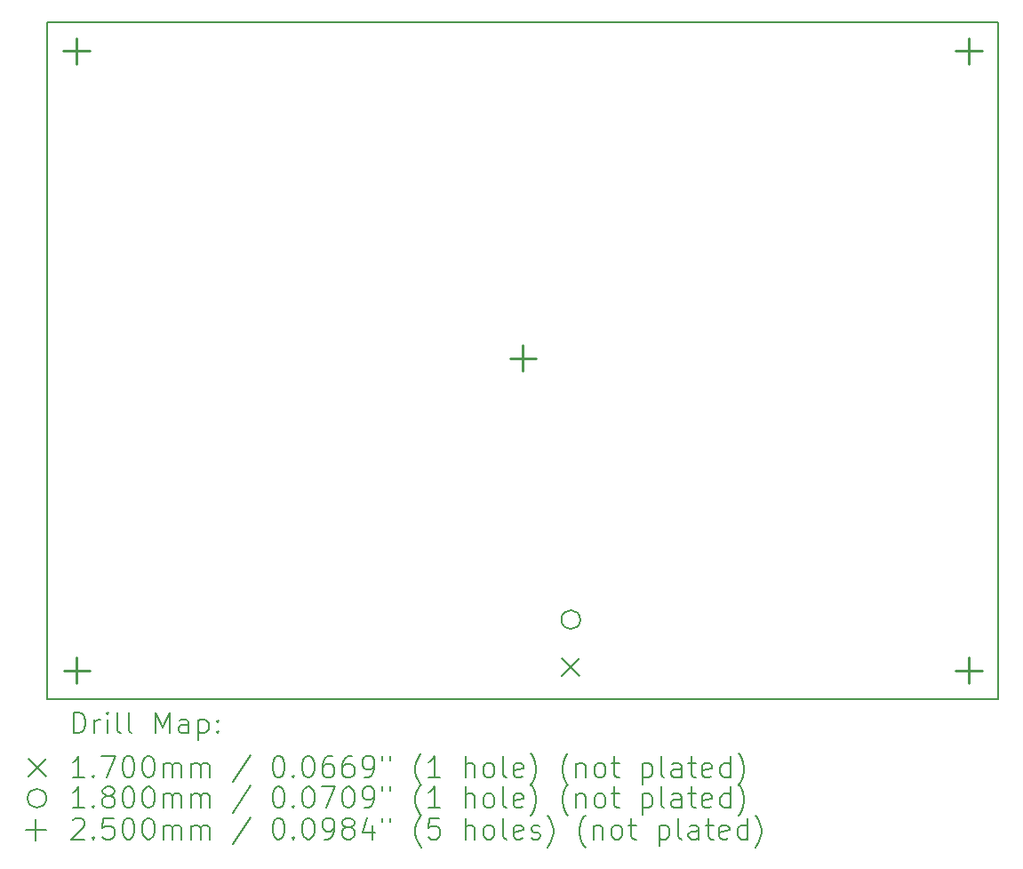
<source format=gbr>
%FSLAX45Y45*%
G04 Gerber Fmt 4.5, Leading zero omitted, Abs format (unit mm)*
G04 Created by KiCad (PCBNEW (6.0.2)) date 2022-07-26 11:38:29*
%MOMM*%
%LPD*%
G01*
G04 APERTURE LIST*
%TA.AperFunction,Profile*%
%ADD10C,0.200000*%
%TD*%
%ADD11C,0.200000*%
%ADD12C,0.170000*%
%ADD13C,0.180000*%
%ADD14C,0.250000*%
G04 APERTURE END LIST*
D10*
X14855000Y-6350000D02*
X5800000Y-6350000D01*
X5800000Y-6350000D02*
X5800000Y-12800000D01*
X5800000Y-12800000D02*
X14855000Y-12800000D01*
X14855000Y-12800000D02*
X14855000Y-6350000D01*
D11*
D12*
X10700750Y-12405000D02*
X10870750Y-12575000D01*
X10870750Y-12405000D02*
X10700750Y-12575000D01*
D13*
X10875750Y-12040000D02*
G75*
G03*
X10875750Y-12040000I-90000J0D01*
G01*
D14*
X6078000Y-6502000D02*
X6078000Y-6752000D01*
X5953000Y-6627000D02*
X6203000Y-6627000D01*
X6079000Y-12397000D02*
X6079000Y-12647000D01*
X5954000Y-12522000D02*
X6204000Y-12522000D01*
X10330000Y-9425000D02*
X10330000Y-9675000D01*
X10205000Y-9550000D02*
X10455000Y-9550000D01*
X14576000Y-6503000D02*
X14576000Y-6753000D01*
X14451000Y-6628000D02*
X14701000Y-6628000D01*
X14578000Y-12397000D02*
X14578000Y-12647000D01*
X14453000Y-12522000D02*
X14703000Y-12522000D01*
D11*
X6047619Y-13120476D02*
X6047619Y-12920476D01*
X6095238Y-12920476D01*
X6123809Y-12930000D01*
X6142857Y-12949048D01*
X6152381Y-12968095D01*
X6161905Y-13006190D01*
X6161905Y-13034762D01*
X6152381Y-13072857D01*
X6142857Y-13091905D01*
X6123809Y-13110952D01*
X6095238Y-13120476D01*
X6047619Y-13120476D01*
X6247619Y-13120476D02*
X6247619Y-12987143D01*
X6247619Y-13025238D02*
X6257143Y-13006190D01*
X6266667Y-12996667D01*
X6285714Y-12987143D01*
X6304762Y-12987143D01*
X6371428Y-13120476D02*
X6371428Y-12987143D01*
X6371428Y-12920476D02*
X6361905Y-12930000D01*
X6371428Y-12939524D01*
X6380952Y-12930000D01*
X6371428Y-12920476D01*
X6371428Y-12939524D01*
X6495238Y-13120476D02*
X6476190Y-13110952D01*
X6466667Y-13091905D01*
X6466667Y-12920476D01*
X6600000Y-13120476D02*
X6580952Y-13110952D01*
X6571428Y-13091905D01*
X6571428Y-12920476D01*
X6828571Y-13120476D02*
X6828571Y-12920476D01*
X6895238Y-13063333D01*
X6961905Y-12920476D01*
X6961905Y-13120476D01*
X7142857Y-13120476D02*
X7142857Y-13015714D01*
X7133333Y-12996667D01*
X7114286Y-12987143D01*
X7076190Y-12987143D01*
X7057143Y-12996667D01*
X7142857Y-13110952D02*
X7123809Y-13120476D01*
X7076190Y-13120476D01*
X7057143Y-13110952D01*
X7047619Y-13091905D01*
X7047619Y-13072857D01*
X7057143Y-13053809D01*
X7076190Y-13044286D01*
X7123809Y-13044286D01*
X7142857Y-13034762D01*
X7238095Y-12987143D02*
X7238095Y-13187143D01*
X7238095Y-12996667D02*
X7257143Y-12987143D01*
X7295238Y-12987143D01*
X7314286Y-12996667D01*
X7323809Y-13006190D01*
X7333333Y-13025238D01*
X7333333Y-13082381D01*
X7323809Y-13101428D01*
X7314286Y-13110952D01*
X7295238Y-13120476D01*
X7257143Y-13120476D01*
X7238095Y-13110952D01*
X7419048Y-13101428D02*
X7428571Y-13110952D01*
X7419048Y-13120476D01*
X7409524Y-13110952D01*
X7419048Y-13101428D01*
X7419048Y-13120476D01*
X7419048Y-12996667D02*
X7428571Y-13006190D01*
X7419048Y-13015714D01*
X7409524Y-13006190D01*
X7419048Y-12996667D01*
X7419048Y-13015714D01*
D12*
X5620000Y-13365000D02*
X5790000Y-13535000D01*
X5790000Y-13365000D02*
X5620000Y-13535000D01*
D11*
X6152381Y-13540476D02*
X6038095Y-13540476D01*
X6095238Y-13540476D02*
X6095238Y-13340476D01*
X6076190Y-13369048D01*
X6057143Y-13388095D01*
X6038095Y-13397619D01*
X6238095Y-13521428D02*
X6247619Y-13530952D01*
X6238095Y-13540476D01*
X6228571Y-13530952D01*
X6238095Y-13521428D01*
X6238095Y-13540476D01*
X6314286Y-13340476D02*
X6447619Y-13340476D01*
X6361905Y-13540476D01*
X6561905Y-13340476D02*
X6580952Y-13340476D01*
X6600000Y-13350000D01*
X6609524Y-13359524D01*
X6619048Y-13378571D01*
X6628571Y-13416667D01*
X6628571Y-13464286D01*
X6619048Y-13502381D01*
X6609524Y-13521428D01*
X6600000Y-13530952D01*
X6580952Y-13540476D01*
X6561905Y-13540476D01*
X6542857Y-13530952D01*
X6533333Y-13521428D01*
X6523809Y-13502381D01*
X6514286Y-13464286D01*
X6514286Y-13416667D01*
X6523809Y-13378571D01*
X6533333Y-13359524D01*
X6542857Y-13350000D01*
X6561905Y-13340476D01*
X6752381Y-13340476D02*
X6771428Y-13340476D01*
X6790476Y-13350000D01*
X6800000Y-13359524D01*
X6809524Y-13378571D01*
X6819048Y-13416667D01*
X6819048Y-13464286D01*
X6809524Y-13502381D01*
X6800000Y-13521428D01*
X6790476Y-13530952D01*
X6771428Y-13540476D01*
X6752381Y-13540476D01*
X6733333Y-13530952D01*
X6723809Y-13521428D01*
X6714286Y-13502381D01*
X6704762Y-13464286D01*
X6704762Y-13416667D01*
X6714286Y-13378571D01*
X6723809Y-13359524D01*
X6733333Y-13350000D01*
X6752381Y-13340476D01*
X6904762Y-13540476D02*
X6904762Y-13407143D01*
X6904762Y-13426190D02*
X6914286Y-13416667D01*
X6933333Y-13407143D01*
X6961905Y-13407143D01*
X6980952Y-13416667D01*
X6990476Y-13435714D01*
X6990476Y-13540476D01*
X6990476Y-13435714D02*
X7000000Y-13416667D01*
X7019048Y-13407143D01*
X7047619Y-13407143D01*
X7066667Y-13416667D01*
X7076190Y-13435714D01*
X7076190Y-13540476D01*
X7171428Y-13540476D02*
X7171428Y-13407143D01*
X7171428Y-13426190D02*
X7180952Y-13416667D01*
X7200000Y-13407143D01*
X7228571Y-13407143D01*
X7247619Y-13416667D01*
X7257143Y-13435714D01*
X7257143Y-13540476D01*
X7257143Y-13435714D02*
X7266667Y-13416667D01*
X7285714Y-13407143D01*
X7314286Y-13407143D01*
X7333333Y-13416667D01*
X7342857Y-13435714D01*
X7342857Y-13540476D01*
X7733333Y-13330952D02*
X7561905Y-13588095D01*
X7990476Y-13340476D02*
X8009524Y-13340476D01*
X8028571Y-13350000D01*
X8038095Y-13359524D01*
X8047619Y-13378571D01*
X8057143Y-13416667D01*
X8057143Y-13464286D01*
X8047619Y-13502381D01*
X8038095Y-13521428D01*
X8028571Y-13530952D01*
X8009524Y-13540476D01*
X7990476Y-13540476D01*
X7971428Y-13530952D01*
X7961905Y-13521428D01*
X7952381Y-13502381D01*
X7942857Y-13464286D01*
X7942857Y-13416667D01*
X7952381Y-13378571D01*
X7961905Y-13359524D01*
X7971428Y-13350000D01*
X7990476Y-13340476D01*
X8142857Y-13521428D02*
X8152381Y-13530952D01*
X8142857Y-13540476D01*
X8133333Y-13530952D01*
X8142857Y-13521428D01*
X8142857Y-13540476D01*
X8276190Y-13340476D02*
X8295238Y-13340476D01*
X8314286Y-13350000D01*
X8323809Y-13359524D01*
X8333333Y-13378571D01*
X8342857Y-13416667D01*
X8342857Y-13464286D01*
X8333333Y-13502381D01*
X8323809Y-13521428D01*
X8314286Y-13530952D01*
X8295238Y-13540476D01*
X8276190Y-13540476D01*
X8257143Y-13530952D01*
X8247619Y-13521428D01*
X8238095Y-13502381D01*
X8228571Y-13464286D01*
X8228571Y-13416667D01*
X8238095Y-13378571D01*
X8247619Y-13359524D01*
X8257143Y-13350000D01*
X8276190Y-13340476D01*
X8514286Y-13340476D02*
X8476190Y-13340476D01*
X8457143Y-13350000D01*
X8447619Y-13359524D01*
X8428571Y-13388095D01*
X8419048Y-13426190D01*
X8419048Y-13502381D01*
X8428571Y-13521428D01*
X8438095Y-13530952D01*
X8457143Y-13540476D01*
X8495238Y-13540476D01*
X8514286Y-13530952D01*
X8523810Y-13521428D01*
X8533333Y-13502381D01*
X8533333Y-13454762D01*
X8523810Y-13435714D01*
X8514286Y-13426190D01*
X8495238Y-13416667D01*
X8457143Y-13416667D01*
X8438095Y-13426190D01*
X8428571Y-13435714D01*
X8419048Y-13454762D01*
X8704762Y-13340476D02*
X8666667Y-13340476D01*
X8647619Y-13350000D01*
X8638095Y-13359524D01*
X8619048Y-13388095D01*
X8609524Y-13426190D01*
X8609524Y-13502381D01*
X8619048Y-13521428D01*
X8628571Y-13530952D01*
X8647619Y-13540476D01*
X8685714Y-13540476D01*
X8704762Y-13530952D01*
X8714286Y-13521428D01*
X8723810Y-13502381D01*
X8723810Y-13454762D01*
X8714286Y-13435714D01*
X8704762Y-13426190D01*
X8685714Y-13416667D01*
X8647619Y-13416667D01*
X8628571Y-13426190D01*
X8619048Y-13435714D01*
X8609524Y-13454762D01*
X8819048Y-13540476D02*
X8857143Y-13540476D01*
X8876190Y-13530952D01*
X8885714Y-13521428D01*
X8904762Y-13492857D01*
X8914286Y-13454762D01*
X8914286Y-13378571D01*
X8904762Y-13359524D01*
X8895238Y-13350000D01*
X8876190Y-13340476D01*
X8838095Y-13340476D01*
X8819048Y-13350000D01*
X8809524Y-13359524D01*
X8800000Y-13378571D01*
X8800000Y-13426190D01*
X8809524Y-13445238D01*
X8819048Y-13454762D01*
X8838095Y-13464286D01*
X8876190Y-13464286D01*
X8895238Y-13454762D01*
X8904762Y-13445238D01*
X8914286Y-13426190D01*
X8990476Y-13340476D02*
X8990476Y-13378571D01*
X9066667Y-13340476D02*
X9066667Y-13378571D01*
X9361905Y-13616667D02*
X9352381Y-13607143D01*
X9333333Y-13578571D01*
X9323810Y-13559524D01*
X9314286Y-13530952D01*
X9304762Y-13483333D01*
X9304762Y-13445238D01*
X9314286Y-13397619D01*
X9323810Y-13369048D01*
X9333333Y-13350000D01*
X9352381Y-13321428D01*
X9361905Y-13311905D01*
X9542857Y-13540476D02*
X9428571Y-13540476D01*
X9485714Y-13540476D02*
X9485714Y-13340476D01*
X9466667Y-13369048D01*
X9447619Y-13388095D01*
X9428571Y-13397619D01*
X9780952Y-13540476D02*
X9780952Y-13340476D01*
X9866667Y-13540476D02*
X9866667Y-13435714D01*
X9857143Y-13416667D01*
X9838095Y-13407143D01*
X9809524Y-13407143D01*
X9790476Y-13416667D01*
X9780952Y-13426190D01*
X9990476Y-13540476D02*
X9971429Y-13530952D01*
X9961905Y-13521428D01*
X9952381Y-13502381D01*
X9952381Y-13445238D01*
X9961905Y-13426190D01*
X9971429Y-13416667D01*
X9990476Y-13407143D01*
X10019048Y-13407143D01*
X10038095Y-13416667D01*
X10047619Y-13426190D01*
X10057143Y-13445238D01*
X10057143Y-13502381D01*
X10047619Y-13521428D01*
X10038095Y-13530952D01*
X10019048Y-13540476D01*
X9990476Y-13540476D01*
X10171429Y-13540476D02*
X10152381Y-13530952D01*
X10142857Y-13511905D01*
X10142857Y-13340476D01*
X10323810Y-13530952D02*
X10304762Y-13540476D01*
X10266667Y-13540476D01*
X10247619Y-13530952D01*
X10238095Y-13511905D01*
X10238095Y-13435714D01*
X10247619Y-13416667D01*
X10266667Y-13407143D01*
X10304762Y-13407143D01*
X10323810Y-13416667D01*
X10333333Y-13435714D01*
X10333333Y-13454762D01*
X10238095Y-13473809D01*
X10400000Y-13616667D02*
X10409524Y-13607143D01*
X10428571Y-13578571D01*
X10438095Y-13559524D01*
X10447619Y-13530952D01*
X10457143Y-13483333D01*
X10457143Y-13445238D01*
X10447619Y-13397619D01*
X10438095Y-13369048D01*
X10428571Y-13350000D01*
X10409524Y-13321428D01*
X10400000Y-13311905D01*
X10761905Y-13616667D02*
X10752381Y-13607143D01*
X10733333Y-13578571D01*
X10723810Y-13559524D01*
X10714286Y-13530952D01*
X10704762Y-13483333D01*
X10704762Y-13445238D01*
X10714286Y-13397619D01*
X10723810Y-13369048D01*
X10733333Y-13350000D01*
X10752381Y-13321428D01*
X10761905Y-13311905D01*
X10838095Y-13407143D02*
X10838095Y-13540476D01*
X10838095Y-13426190D02*
X10847619Y-13416667D01*
X10866667Y-13407143D01*
X10895238Y-13407143D01*
X10914286Y-13416667D01*
X10923810Y-13435714D01*
X10923810Y-13540476D01*
X11047619Y-13540476D02*
X11028571Y-13530952D01*
X11019048Y-13521428D01*
X11009524Y-13502381D01*
X11009524Y-13445238D01*
X11019048Y-13426190D01*
X11028571Y-13416667D01*
X11047619Y-13407143D01*
X11076190Y-13407143D01*
X11095238Y-13416667D01*
X11104762Y-13426190D01*
X11114286Y-13445238D01*
X11114286Y-13502381D01*
X11104762Y-13521428D01*
X11095238Y-13530952D01*
X11076190Y-13540476D01*
X11047619Y-13540476D01*
X11171429Y-13407143D02*
X11247619Y-13407143D01*
X11200000Y-13340476D02*
X11200000Y-13511905D01*
X11209524Y-13530952D01*
X11228571Y-13540476D01*
X11247619Y-13540476D01*
X11466667Y-13407143D02*
X11466667Y-13607143D01*
X11466667Y-13416667D02*
X11485714Y-13407143D01*
X11523809Y-13407143D01*
X11542857Y-13416667D01*
X11552381Y-13426190D01*
X11561905Y-13445238D01*
X11561905Y-13502381D01*
X11552381Y-13521428D01*
X11542857Y-13530952D01*
X11523809Y-13540476D01*
X11485714Y-13540476D01*
X11466667Y-13530952D01*
X11676190Y-13540476D02*
X11657143Y-13530952D01*
X11647619Y-13511905D01*
X11647619Y-13340476D01*
X11838095Y-13540476D02*
X11838095Y-13435714D01*
X11828571Y-13416667D01*
X11809524Y-13407143D01*
X11771428Y-13407143D01*
X11752381Y-13416667D01*
X11838095Y-13530952D02*
X11819048Y-13540476D01*
X11771428Y-13540476D01*
X11752381Y-13530952D01*
X11742857Y-13511905D01*
X11742857Y-13492857D01*
X11752381Y-13473809D01*
X11771428Y-13464286D01*
X11819048Y-13464286D01*
X11838095Y-13454762D01*
X11904762Y-13407143D02*
X11980952Y-13407143D01*
X11933333Y-13340476D02*
X11933333Y-13511905D01*
X11942857Y-13530952D01*
X11961905Y-13540476D01*
X11980952Y-13540476D01*
X12123809Y-13530952D02*
X12104762Y-13540476D01*
X12066667Y-13540476D01*
X12047619Y-13530952D01*
X12038095Y-13511905D01*
X12038095Y-13435714D01*
X12047619Y-13416667D01*
X12066667Y-13407143D01*
X12104762Y-13407143D01*
X12123809Y-13416667D01*
X12133333Y-13435714D01*
X12133333Y-13454762D01*
X12038095Y-13473809D01*
X12304762Y-13540476D02*
X12304762Y-13340476D01*
X12304762Y-13530952D02*
X12285714Y-13540476D01*
X12247619Y-13540476D01*
X12228571Y-13530952D01*
X12219048Y-13521428D01*
X12209524Y-13502381D01*
X12209524Y-13445238D01*
X12219048Y-13426190D01*
X12228571Y-13416667D01*
X12247619Y-13407143D01*
X12285714Y-13407143D01*
X12304762Y-13416667D01*
X12380952Y-13616667D02*
X12390476Y-13607143D01*
X12409524Y-13578571D01*
X12419048Y-13559524D01*
X12428571Y-13530952D01*
X12438095Y-13483333D01*
X12438095Y-13445238D01*
X12428571Y-13397619D01*
X12419048Y-13369048D01*
X12409524Y-13350000D01*
X12390476Y-13321428D01*
X12380952Y-13311905D01*
D13*
X5790000Y-13740000D02*
G75*
G03*
X5790000Y-13740000I-90000J0D01*
G01*
D11*
X6152381Y-13830476D02*
X6038095Y-13830476D01*
X6095238Y-13830476D02*
X6095238Y-13630476D01*
X6076190Y-13659048D01*
X6057143Y-13678095D01*
X6038095Y-13687619D01*
X6238095Y-13811428D02*
X6247619Y-13820952D01*
X6238095Y-13830476D01*
X6228571Y-13820952D01*
X6238095Y-13811428D01*
X6238095Y-13830476D01*
X6361905Y-13716190D02*
X6342857Y-13706667D01*
X6333333Y-13697143D01*
X6323809Y-13678095D01*
X6323809Y-13668571D01*
X6333333Y-13649524D01*
X6342857Y-13640000D01*
X6361905Y-13630476D01*
X6400000Y-13630476D01*
X6419048Y-13640000D01*
X6428571Y-13649524D01*
X6438095Y-13668571D01*
X6438095Y-13678095D01*
X6428571Y-13697143D01*
X6419048Y-13706667D01*
X6400000Y-13716190D01*
X6361905Y-13716190D01*
X6342857Y-13725714D01*
X6333333Y-13735238D01*
X6323809Y-13754286D01*
X6323809Y-13792381D01*
X6333333Y-13811428D01*
X6342857Y-13820952D01*
X6361905Y-13830476D01*
X6400000Y-13830476D01*
X6419048Y-13820952D01*
X6428571Y-13811428D01*
X6438095Y-13792381D01*
X6438095Y-13754286D01*
X6428571Y-13735238D01*
X6419048Y-13725714D01*
X6400000Y-13716190D01*
X6561905Y-13630476D02*
X6580952Y-13630476D01*
X6600000Y-13640000D01*
X6609524Y-13649524D01*
X6619048Y-13668571D01*
X6628571Y-13706667D01*
X6628571Y-13754286D01*
X6619048Y-13792381D01*
X6609524Y-13811428D01*
X6600000Y-13820952D01*
X6580952Y-13830476D01*
X6561905Y-13830476D01*
X6542857Y-13820952D01*
X6533333Y-13811428D01*
X6523809Y-13792381D01*
X6514286Y-13754286D01*
X6514286Y-13706667D01*
X6523809Y-13668571D01*
X6533333Y-13649524D01*
X6542857Y-13640000D01*
X6561905Y-13630476D01*
X6752381Y-13630476D02*
X6771428Y-13630476D01*
X6790476Y-13640000D01*
X6800000Y-13649524D01*
X6809524Y-13668571D01*
X6819048Y-13706667D01*
X6819048Y-13754286D01*
X6809524Y-13792381D01*
X6800000Y-13811428D01*
X6790476Y-13820952D01*
X6771428Y-13830476D01*
X6752381Y-13830476D01*
X6733333Y-13820952D01*
X6723809Y-13811428D01*
X6714286Y-13792381D01*
X6704762Y-13754286D01*
X6704762Y-13706667D01*
X6714286Y-13668571D01*
X6723809Y-13649524D01*
X6733333Y-13640000D01*
X6752381Y-13630476D01*
X6904762Y-13830476D02*
X6904762Y-13697143D01*
X6904762Y-13716190D02*
X6914286Y-13706667D01*
X6933333Y-13697143D01*
X6961905Y-13697143D01*
X6980952Y-13706667D01*
X6990476Y-13725714D01*
X6990476Y-13830476D01*
X6990476Y-13725714D02*
X7000000Y-13706667D01*
X7019048Y-13697143D01*
X7047619Y-13697143D01*
X7066667Y-13706667D01*
X7076190Y-13725714D01*
X7076190Y-13830476D01*
X7171428Y-13830476D02*
X7171428Y-13697143D01*
X7171428Y-13716190D02*
X7180952Y-13706667D01*
X7200000Y-13697143D01*
X7228571Y-13697143D01*
X7247619Y-13706667D01*
X7257143Y-13725714D01*
X7257143Y-13830476D01*
X7257143Y-13725714D02*
X7266667Y-13706667D01*
X7285714Y-13697143D01*
X7314286Y-13697143D01*
X7333333Y-13706667D01*
X7342857Y-13725714D01*
X7342857Y-13830476D01*
X7733333Y-13620952D02*
X7561905Y-13878095D01*
X7990476Y-13630476D02*
X8009524Y-13630476D01*
X8028571Y-13640000D01*
X8038095Y-13649524D01*
X8047619Y-13668571D01*
X8057143Y-13706667D01*
X8057143Y-13754286D01*
X8047619Y-13792381D01*
X8038095Y-13811428D01*
X8028571Y-13820952D01*
X8009524Y-13830476D01*
X7990476Y-13830476D01*
X7971428Y-13820952D01*
X7961905Y-13811428D01*
X7952381Y-13792381D01*
X7942857Y-13754286D01*
X7942857Y-13706667D01*
X7952381Y-13668571D01*
X7961905Y-13649524D01*
X7971428Y-13640000D01*
X7990476Y-13630476D01*
X8142857Y-13811428D02*
X8152381Y-13820952D01*
X8142857Y-13830476D01*
X8133333Y-13820952D01*
X8142857Y-13811428D01*
X8142857Y-13830476D01*
X8276190Y-13630476D02*
X8295238Y-13630476D01*
X8314286Y-13640000D01*
X8323809Y-13649524D01*
X8333333Y-13668571D01*
X8342857Y-13706667D01*
X8342857Y-13754286D01*
X8333333Y-13792381D01*
X8323809Y-13811428D01*
X8314286Y-13820952D01*
X8295238Y-13830476D01*
X8276190Y-13830476D01*
X8257143Y-13820952D01*
X8247619Y-13811428D01*
X8238095Y-13792381D01*
X8228571Y-13754286D01*
X8228571Y-13706667D01*
X8238095Y-13668571D01*
X8247619Y-13649524D01*
X8257143Y-13640000D01*
X8276190Y-13630476D01*
X8409524Y-13630476D02*
X8542857Y-13630476D01*
X8457143Y-13830476D01*
X8657143Y-13630476D02*
X8676190Y-13630476D01*
X8695238Y-13640000D01*
X8704762Y-13649524D01*
X8714286Y-13668571D01*
X8723810Y-13706667D01*
X8723810Y-13754286D01*
X8714286Y-13792381D01*
X8704762Y-13811428D01*
X8695238Y-13820952D01*
X8676190Y-13830476D01*
X8657143Y-13830476D01*
X8638095Y-13820952D01*
X8628571Y-13811428D01*
X8619048Y-13792381D01*
X8609524Y-13754286D01*
X8609524Y-13706667D01*
X8619048Y-13668571D01*
X8628571Y-13649524D01*
X8638095Y-13640000D01*
X8657143Y-13630476D01*
X8819048Y-13830476D02*
X8857143Y-13830476D01*
X8876190Y-13820952D01*
X8885714Y-13811428D01*
X8904762Y-13782857D01*
X8914286Y-13744762D01*
X8914286Y-13668571D01*
X8904762Y-13649524D01*
X8895238Y-13640000D01*
X8876190Y-13630476D01*
X8838095Y-13630476D01*
X8819048Y-13640000D01*
X8809524Y-13649524D01*
X8800000Y-13668571D01*
X8800000Y-13716190D01*
X8809524Y-13735238D01*
X8819048Y-13744762D01*
X8838095Y-13754286D01*
X8876190Y-13754286D01*
X8895238Y-13744762D01*
X8904762Y-13735238D01*
X8914286Y-13716190D01*
X8990476Y-13630476D02*
X8990476Y-13668571D01*
X9066667Y-13630476D02*
X9066667Y-13668571D01*
X9361905Y-13906667D02*
X9352381Y-13897143D01*
X9333333Y-13868571D01*
X9323810Y-13849524D01*
X9314286Y-13820952D01*
X9304762Y-13773333D01*
X9304762Y-13735238D01*
X9314286Y-13687619D01*
X9323810Y-13659048D01*
X9333333Y-13640000D01*
X9352381Y-13611428D01*
X9361905Y-13601905D01*
X9542857Y-13830476D02*
X9428571Y-13830476D01*
X9485714Y-13830476D02*
X9485714Y-13630476D01*
X9466667Y-13659048D01*
X9447619Y-13678095D01*
X9428571Y-13687619D01*
X9780952Y-13830476D02*
X9780952Y-13630476D01*
X9866667Y-13830476D02*
X9866667Y-13725714D01*
X9857143Y-13706667D01*
X9838095Y-13697143D01*
X9809524Y-13697143D01*
X9790476Y-13706667D01*
X9780952Y-13716190D01*
X9990476Y-13830476D02*
X9971429Y-13820952D01*
X9961905Y-13811428D01*
X9952381Y-13792381D01*
X9952381Y-13735238D01*
X9961905Y-13716190D01*
X9971429Y-13706667D01*
X9990476Y-13697143D01*
X10019048Y-13697143D01*
X10038095Y-13706667D01*
X10047619Y-13716190D01*
X10057143Y-13735238D01*
X10057143Y-13792381D01*
X10047619Y-13811428D01*
X10038095Y-13820952D01*
X10019048Y-13830476D01*
X9990476Y-13830476D01*
X10171429Y-13830476D02*
X10152381Y-13820952D01*
X10142857Y-13801905D01*
X10142857Y-13630476D01*
X10323810Y-13820952D02*
X10304762Y-13830476D01*
X10266667Y-13830476D01*
X10247619Y-13820952D01*
X10238095Y-13801905D01*
X10238095Y-13725714D01*
X10247619Y-13706667D01*
X10266667Y-13697143D01*
X10304762Y-13697143D01*
X10323810Y-13706667D01*
X10333333Y-13725714D01*
X10333333Y-13744762D01*
X10238095Y-13763809D01*
X10400000Y-13906667D02*
X10409524Y-13897143D01*
X10428571Y-13868571D01*
X10438095Y-13849524D01*
X10447619Y-13820952D01*
X10457143Y-13773333D01*
X10457143Y-13735238D01*
X10447619Y-13687619D01*
X10438095Y-13659048D01*
X10428571Y-13640000D01*
X10409524Y-13611428D01*
X10400000Y-13601905D01*
X10761905Y-13906667D02*
X10752381Y-13897143D01*
X10733333Y-13868571D01*
X10723810Y-13849524D01*
X10714286Y-13820952D01*
X10704762Y-13773333D01*
X10704762Y-13735238D01*
X10714286Y-13687619D01*
X10723810Y-13659048D01*
X10733333Y-13640000D01*
X10752381Y-13611428D01*
X10761905Y-13601905D01*
X10838095Y-13697143D02*
X10838095Y-13830476D01*
X10838095Y-13716190D02*
X10847619Y-13706667D01*
X10866667Y-13697143D01*
X10895238Y-13697143D01*
X10914286Y-13706667D01*
X10923810Y-13725714D01*
X10923810Y-13830476D01*
X11047619Y-13830476D02*
X11028571Y-13820952D01*
X11019048Y-13811428D01*
X11009524Y-13792381D01*
X11009524Y-13735238D01*
X11019048Y-13716190D01*
X11028571Y-13706667D01*
X11047619Y-13697143D01*
X11076190Y-13697143D01*
X11095238Y-13706667D01*
X11104762Y-13716190D01*
X11114286Y-13735238D01*
X11114286Y-13792381D01*
X11104762Y-13811428D01*
X11095238Y-13820952D01*
X11076190Y-13830476D01*
X11047619Y-13830476D01*
X11171429Y-13697143D02*
X11247619Y-13697143D01*
X11200000Y-13630476D02*
X11200000Y-13801905D01*
X11209524Y-13820952D01*
X11228571Y-13830476D01*
X11247619Y-13830476D01*
X11466667Y-13697143D02*
X11466667Y-13897143D01*
X11466667Y-13706667D02*
X11485714Y-13697143D01*
X11523809Y-13697143D01*
X11542857Y-13706667D01*
X11552381Y-13716190D01*
X11561905Y-13735238D01*
X11561905Y-13792381D01*
X11552381Y-13811428D01*
X11542857Y-13820952D01*
X11523809Y-13830476D01*
X11485714Y-13830476D01*
X11466667Y-13820952D01*
X11676190Y-13830476D02*
X11657143Y-13820952D01*
X11647619Y-13801905D01*
X11647619Y-13630476D01*
X11838095Y-13830476D02*
X11838095Y-13725714D01*
X11828571Y-13706667D01*
X11809524Y-13697143D01*
X11771428Y-13697143D01*
X11752381Y-13706667D01*
X11838095Y-13820952D02*
X11819048Y-13830476D01*
X11771428Y-13830476D01*
X11752381Y-13820952D01*
X11742857Y-13801905D01*
X11742857Y-13782857D01*
X11752381Y-13763809D01*
X11771428Y-13754286D01*
X11819048Y-13754286D01*
X11838095Y-13744762D01*
X11904762Y-13697143D02*
X11980952Y-13697143D01*
X11933333Y-13630476D02*
X11933333Y-13801905D01*
X11942857Y-13820952D01*
X11961905Y-13830476D01*
X11980952Y-13830476D01*
X12123809Y-13820952D02*
X12104762Y-13830476D01*
X12066667Y-13830476D01*
X12047619Y-13820952D01*
X12038095Y-13801905D01*
X12038095Y-13725714D01*
X12047619Y-13706667D01*
X12066667Y-13697143D01*
X12104762Y-13697143D01*
X12123809Y-13706667D01*
X12133333Y-13725714D01*
X12133333Y-13744762D01*
X12038095Y-13763809D01*
X12304762Y-13830476D02*
X12304762Y-13630476D01*
X12304762Y-13820952D02*
X12285714Y-13830476D01*
X12247619Y-13830476D01*
X12228571Y-13820952D01*
X12219048Y-13811428D01*
X12209524Y-13792381D01*
X12209524Y-13735238D01*
X12219048Y-13716190D01*
X12228571Y-13706667D01*
X12247619Y-13697143D01*
X12285714Y-13697143D01*
X12304762Y-13706667D01*
X12380952Y-13906667D02*
X12390476Y-13897143D01*
X12409524Y-13868571D01*
X12419048Y-13849524D01*
X12428571Y-13820952D01*
X12438095Y-13773333D01*
X12438095Y-13735238D01*
X12428571Y-13687619D01*
X12419048Y-13659048D01*
X12409524Y-13640000D01*
X12390476Y-13611428D01*
X12380952Y-13601905D01*
X5690000Y-13940000D02*
X5690000Y-14140000D01*
X5590000Y-14040000D02*
X5790000Y-14040000D01*
X6038095Y-13949524D02*
X6047619Y-13940000D01*
X6066667Y-13930476D01*
X6114286Y-13930476D01*
X6133333Y-13940000D01*
X6142857Y-13949524D01*
X6152381Y-13968571D01*
X6152381Y-13987619D01*
X6142857Y-14016190D01*
X6028571Y-14130476D01*
X6152381Y-14130476D01*
X6238095Y-14111428D02*
X6247619Y-14120952D01*
X6238095Y-14130476D01*
X6228571Y-14120952D01*
X6238095Y-14111428D01*
X6238095Y-14130476D01*
X6428571Y-13930476D02*
X6333333Y-13930476D01*
X6323809Y-14025714D01*
X6333333Y-14016190D01*
X6352381Y-14006667D01*
X6400000Y-14006667D01*
X6419048Y-14016190D01*
X6428571Y-14025714D01*
X6438095Y-14044762D01*
X6438095Y-14092381D01*
X6428571Y-14111428D01*
X6419048Y-14120952D01*
X6400000Y-14130476D01*
X6352381Y-14130476D01*
X6333333Y-14120952D01*
X6323809Y-14111428D01*
X6561905Y-13930476D02*
X6580952Y-13930476D01*
X6600000Y-13940000D01*
X6609524Y-13949524D01*
X6619048Y-13968571D01*
X6628571Y-14006667D01*
X6628571Y-14054286D01*
X6619048Y-14092381D01*
X6609524Y-14111428D01*
X6600000Y-14120952D01*
X6580952Y-14130476D01*
X6561905Y-14130476D01*
X6542857Y-14120952D01*
X6533333Y-14111428D01*
X6523809Y-14092381D01*
X6514286Y-14054286D01*
X6514286Y-14006667D01*
X6523809Y-13968571D01*
X6533333Y-13949524D01*
X6542857Y-13940000D01*
X6561905Y-13930476D01*
X6752381Y-13930476D02*
X6771428Y-13930476D01*
X6790476Y-13940000D01*
X6800000Y-13949524D01*
X6809524Y-13968571D01*
X6819048Y-14006667D01*
X6819048Y-14054286D01*
X6809524Y-14092381D01*
X6800000Y-14111428D01*
X6790476Y-14120952D01*
X6771428Y-14130476D01*
X6752381Y-14130476D01*
X6733333Y-14120952D01*
X6723809Y-14111428D01*
X6714286Y-14092381D01*
X6704762Y-14054286D01*
X6704762Y-14006667D01*
X6714286Y-13968571D01*
X6723809Y-13949524D01*
X6733333Y-13940000D01*
X6752381Y-13930476D01*
X6904762Y-14130476D02*
X6904762Y-13997143D01*
X6904762Y-14016190D02*
X6914286Y-14006667D01*
X6933333Y-13997143D01*
X6961905Y-13997143D01*
X6980952Y-14006667D01*
X6990476Y-14025714D01*
X6990476Y-14130476D01*
X6990476Y-14025714D02*
X7000000Y-14006667D01*
X7019048Y-13997143D01*
X7047619Y-13997143D01*
X7066667Y-14006667D01*
X7076190Y-14025714D01*
X7076190Y-14130476D01*
X7171428Y-14130476D02*
X7171428Y-13997143D01*
X7171428Y-14016190D02*
X7180952Y-14006667D01*
X7200000Y-13997143D01*
X7228571Y-13997143D01*
X7247619Y-14006667D01*
X7257143Y-14025714D01*
X7257143Y-14130476D01*
X7257143Y-14025714D02*
X7266667Y-14006667D01*
X7285714Y-13997143D01*
X7314286Y-13997143D01*
X7333333Y-14006667D01*
X7342857Y-14025714D01*
X7342857Y-14130476D01*
X7733333Y-13920952D02*
X7561905Y-14178095D01*
X7990476Y-13930476D02*
X8009524Y-13930476D01*
X8028571Y-13940000D01*
X8038095Y-13949524D01*
X8047619Y-13968571D01*
X8057143Y-14006667D01*
X8057143Y-14054286D01*
X8047619Y-14092381D01*
X8038095Y-14111428D01*
X8028571Y-14120952D01*
X8009524Y-14130476D01*
X7990476Y-14130476D01*
X7971428Y-14120952D01*
X7961905Y-14111428D01*
X7952381Y-14092381D01*
X7942857Y-14054286D01*
X7942857Y-14006667D01*
X7952381Y-13968571D01*
X7961905Y-13949524D01*
X7971428Y-13940000D01*
X7990476Y-13930476D01*
X8142857Y-14111428D02*
X8152381Y-14120952D01*
X8142857Y-14130476D01*
X8133333Y-14120952D01*
X8142857Y-14111428D01*
X8142857Y-14130476D01*
X8276190Y-13930476D02*
X8295238Y-13930476D01*
X8314286Y-13940000D01*
X8323809Y-13949524D01*
X8333333Y-13968571D01*
X8342857Y-14006667D01*
X8342857Y-14054286D01*
X8333333Y-14092381D01*
X8323809Y-14111428D01*
X8314286Y-14120952D01*
X8295238Y-14130476D01*
X8276190Y-14130476D01*
X8257143Y-14120952D01*
X8247619Y-14111428D01*
X8238095Y-14092381D01*
X8228571Y-14054286D01*
X8228571Y-14006667D01*
X8238095Y-13968571D01*
X8247619Y-13949524D01*
X8257143Y-13940000D01*
X8276190Y-13930476D01*
X8438095Y-14130476D02*
X8476190Y-14130476D01*
X8495238Y-14120952D01*
X8504762Y-14111428D01*
X8523810Y-14082857D01*
X8533333Y-14044762D01*
X8533333Y-13968571D01*
X8523810Y-13949524D01*
X8514286Y-13940000D01*
X8495238Y-13930476D01*
X8457143Y-13930476D01*
X8438095Y-13940000D01*
X8428571Y-13949524D01*
X8419048Y-13968571D01*
X8419048Y-14016190D01*
X8428571Y-14035238D01*
X8438095Y-14044762D01*
X8457143Y-14054286D01*
X8495238Y-14054286D01*
X8514286Y-14044762D01*
X8523810Y-14035238D01*
X8533333Y-14016190D01*
X8647619Y-14016190D02*
X8628571Y-14006667D01*
X8619048Y-13997143D01*
X8609524Y-13978095D01*
X8609524Y-13968571D01*
X8619048Y-13949524D01*
X8628571Y-13940000D01*
X8647619Y-13930476D01*
X8685714Y-13930476D01*
X8704762Y-13940000D01*
X8714286Y-13949524D01*
X8723810Y-13968571D01*
X8723810Y-13978095D01*
X8714286Y-13997143D01*
X8704762Y-14006667D01*
X8685714Y-14016190D01*
X8647619Y-14016190D01*
X8628571Y-14025714D01*
X8619048Y-14035238D01*
X8609524Y-14054286D01*
X8609524Y-14092381D01*
X8619048Y-14111428D01*
X8628571Y-14120952D01*
X8647619Y-14130476D01*
X8685714Y-14130476D01*
X8704762Y-14120952D01*
X8714286Y-14111428D01*
X8723810Y-14092381D01*
X8723810Y-14054286D01*
X8714286Y-14035238D01*
X8704762Y-14025714D01*
X8685714Y-14016190D01*
X8895238Y-13997143D02*
X8895238Y-14130476D01*
X8847619Y-13920952D02*
X8800000Y-14063809D01*
X8923810Y-14063809D01*
X8990476Y-13930476D02*
X8990476Y-13968571D01*
X9066667Y-13930476D02*
X9066667Y-13968571D01*
X9361905Y-14206667D02*
X9352381Y-14197143D01*
X9333333Y-14168571D01*
X9323810Y-14149524D01*
X9314286Y-14120952D01*
X9304762Y-14073333D01*
X9304762Y-14035238D01*
X9314286Y-13987619D01*
X9323810Y-13959048D01*
X9333333Y-13940000D01*
X9352381Y-13911428D01*
X9361905Y-13901905D01*
X9533333Y-13930476D02*
X9438095Y-13930476D01*
X9428571Y-14025714D01*
X9438095Y-14016190D01*
X9457143Y-14006667D01*
X9504762Y-14006667D01*
X9523810Y-14016190D01*
X9533333Y-14025714D01*
X9542857Y-14044762D01*
X9542857Y-14092381D01*
X9533333Y-14111428D01*
X9523810Y-14120952D01*
X9504762Y-14130476D01*
X9457143Y-14130476D01*
X9438095Y-14120952D01*
X9428571Y-14111428D01*
X9780952Y-14130476D02*
X9780952Y-13930476D01*
X9866667Y-14130476D02*
X9866667Y-14025714D01*
X9857143Y-14006667D01*
X9838095Y-13997143D01*
X9809524Y-13997143D01*
X9790476Y-14006667D01*
X9780952Y-14016190D01*
X9990476Y-14130476D02*
X9971429Y-14120952D01*
X9961905Y-14111428D01*
X9952381Y-14092381D01*
X9952381Y-14035238D01*
X9961905Y-14016190D01*
X9971429Y-14006667D01*
X9990476Y-13997143D01*
X10019048Y-13997143D01*
X10038095Y-14006667D01*
X10047619Y-14016190D01*
X10057143Y-14035238D01*
X10057143Y-14092381D01*
X10047619Y-14111428D01*
X10038095Y-14120952D01*
X10019048Y-14130476D01*
X9990476Y-14130476D01*
X10171429Y-14130476D02*
X10152381Y-14120952D01*
X10142857Y-14101905D01*
X10142857Y-13930476D01*
X10323810Y-14120952D02*
X10304762Y-14130476D01*
X10266667Y-14130476D01*
X10247619Y-14120952D01*
X10238095Y-14101905D01*
X10238095Y-14025714D01*
X10247619Y-14006667D01*
X10266667Y-13997143D01*
X10304762Y-13997143D01*
X10323810Y-14006667D01*
X10333333Y-14025714D01*
X10333333Y-14044762D01*
X10238095Y-14063809D01*
X10409524Y-14120952D02*
X10428571Y-14130476D01*
X10466667Y-14130476D01*
X10485714Y-14120952D01*
X10495238Y-14101905D01*
X10495238Y-14092381D01*
X10485714Y-14073333D01*
X10466667Y-14063809D01*
X10438095Y-14063809D01*
X10419048Y-14054286D01*
X10409524Y-14035238D01*
X10409524Y-14025714D01*
X10419048Y-14006667D01*
X10438095Y-13997143D01*
X10466667Y-13997143D01*
X10485714Y-14006667D01*
X10561905Y-14206667D02*
X10571429Y-14197143D01*
X10590476Y-14168571D01*
X10600000Y-14149524D01*
X10609524Y-14120952D01*
X10619048Y-14073333D01*
X10619048Y-14035238D01*
X10609524Y-13987619D01*
X10600000Y-13959048D01*
X10590476Y-13940000D01*
X10571429Y-13911428D01*
X10561905Y-13901905D01*
X10923810Y-14206667D02*
X10914286Y-14197143D01*
X10895238Y-14168571D01*
X10885714Y-14149524D01*
X10876190Y-14120952D01*
X10866667Y-14073333D01*
X10866667Y-14035238D01*
X10876190Y-13987619D01*
X10885714Y-13959048D01*
X10895238Y-13940000D01*
X10914286Y-13911428D01*
X10923810Y-13901905D01*
X11000000Y-13997143D02*
X11000000Y-14130476D01*
X11000000Y-14016190D02*
X11009524Y-14006667D01*
X11028571Y-13997143D01*
X11057143Y-13997143D01*
X11076190Y-14006667D01*
X11085714Y-14025714D01*
X11085714Y-14130476D01*
X11209524Y-14130476D02*
X11190476Y-14120952D01*
X11180952Y-14111428D01*
X11171429Y-14092381D01*
X11171429Y-14035238D01*
X11180952Y-14016190D01*
X11190476Y-14006667D01*
X11209524Y-13997143D01*
X11238095Y-13997143D01*
X11257143Y-14006667D01*
X11266667Y-14016190D01*
X11276190Y-14035238D01*
X11276190Y-14092381D01*
X11266667Y-14111428D01*
X11257143Y-14120952D01*
X11238095Y-14130476D01*
X11209524Y-14130476D01*
X11333333Y-13997143D02*
X11409524Y-13997143D01*
X11361905Y-13930476D02*
X11361905Y-14101905D01*
X11371428Y-14120952D01*
X11390476Y-14130476D01*
X11409524Y-14130476D01*
X11628571Y-13997143D02*
X11628571Y-14197143D01*
X11628571Y-14006667D02*
X11647619Y-13997143D01*
X11685714Y-13997143D01*
X11704762Y-14006667D01*
X11714286Y-14016190D01*
X11723809Y-14035238D01*
X11723809Y-14092381D01*
X11714286Y-14111428D01*
X11704762Y-14120952D01*
X11685714Y-14130476D01*
X11647619Y-14130476D01*
X11628571Y-14120952D01*
X11838095Y-14130476D02*
X11819048Y-14120952D01*
X11809524Y-14101905D01*
X11809524Y-13930476D01*
X12000000Y-14130476D02*
X12000000Y-14025714D01*
X11990476Y-14006667D01*
X11971428Y-13997143D01*
X11933333Y-13997143D01*
X11914286Y-14006667D01*
X12000000Y-14120952D02*
X11980952Y-14130476D01*
X11933333Y-14130476D01*
X11914286Y-14120952D01*
X11904762Y-14101905D01*
X11904762Y-14082857D01*
X11914286Y-14063809D01*
X11933333Y-14054286D01*
X11980952Y-14054286D01*
X12000000Y-14044762D01*
X12066667Y-13997143D02*
X12142857Y-13997143D01*
X12095238Y-13930476D02*
X12095238Y-14101905D01*
X12104762Y-14120952D01*
X12123809Y-14130476D01*
X12142857Y-14130476D01*
X12285714Y-14120952D02*
X12266667Y-14130476D01*
X12228571Y-14130476D01*
X12209524Y-14120952D01*
X12200000Y-14101905D01*
X12200000Y-14025714D01*
X12209524Y-14006667D01*
X12228571Y-13997143D01*
X12266667Y-13997143D01*
X12285714Y-14006667D01*
X12295238Y-14025714D01*
X12295238Y-14044762D01*
X12200000Y-14063809D01*
X12466667Y-14130476D02*
X12466667Y-13930476D01*
X12466667Y-14120952D02*
X12447619Y-14130476D01*
X12409524Y-14130476D01*
X12390476Y-14120952D01*
X12380952Y-14111428D01*
X12371428Y-14092381D01*
X12371428Y-14035238D01*
X12380952Y-14016190D01*
X12390476Y-14006667D01*
X12409524Y-13997143D01*
X12447619Y-13997143D01*
X12466667Y-14006667D01*
X12542857Y-14206667D02*
X12552381Y-14197143D01*
X12571428Y-14168571D01*
X12580952Y-14149524D01*
X12590476Y-14120952D01*
X12600000Y-14073333D01*
X12600000Y-14035238D01*
X12590476Y-13987619D01*
X12580952Y-13959048D01*
X12571428Y-13940000D01*
X12552381Y-13911428D01*
X12542857Y-13901905D01*
M02*

</source>
